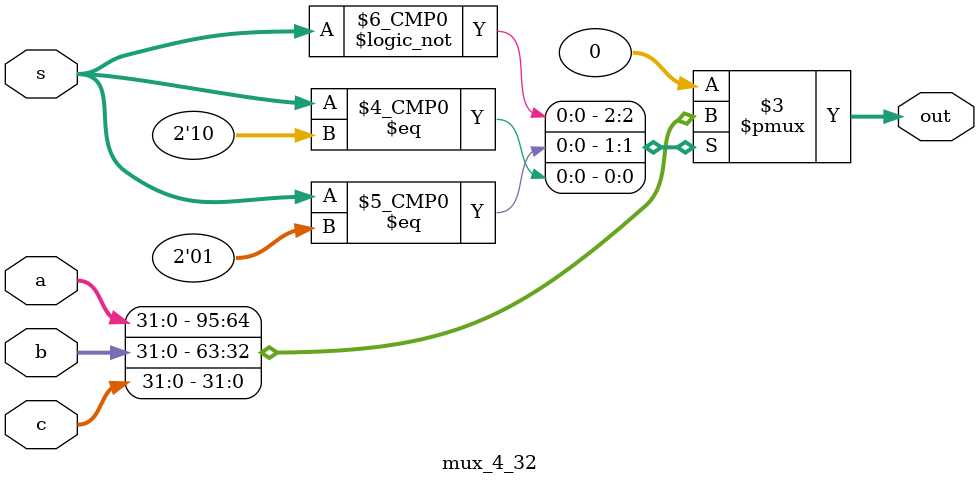
<source format=v>
`timescale 1ns / 1ps


module mux_4_32(
    input [1:0] s,
    input [31:0] a,
    input [31:0] b,
    input [31:0] c,
    output reg [31:0] out
);
always @(*) begin
    case (s)
        0: out = a;
        1: out = b;
        2: out = c;
        default: out = 0;
    endcase
end
endmodule

</source>
